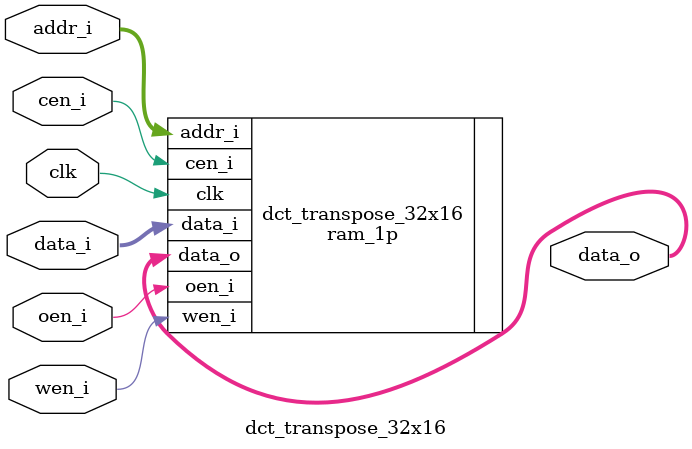
<source format=v>
module   dct_transpose_32x16(
                      clk    ,
		                  cen_i  ,
		                  oen_i  ,
		                  wen_i  ,
		                  addr_i ,
		                  data_i ,		
		                  data_o		        
);


// ********************************************
//                                             
//    Input/Output DECLARATION                    
//                                             
// ********************************************

input                        clk;      
input   		                 cen_i;    
input   		                 oen_i;    
input   		                 wen_i;    
input         [4:0]       addr_i;   
input        [15:0]       data_i;   
output	      [15:0]       data_o;   


// ********************************************
//                                             
//    Sub  module                   
//                                             
// ********************************************

ram_1p   #(.Word_Width(16),.Addr_Width(5))
    dct_transpose_32x16(
                    .clk(clk),
                    .cen_i(cen_i),
                    .oen_i(oen_i),
                    .wen_i(wen_i),
                    .addr_i(addr_i),
                    .data_i(data_i),
                    .data_o(data_o)
   ); 
   
endmodule
</source>
